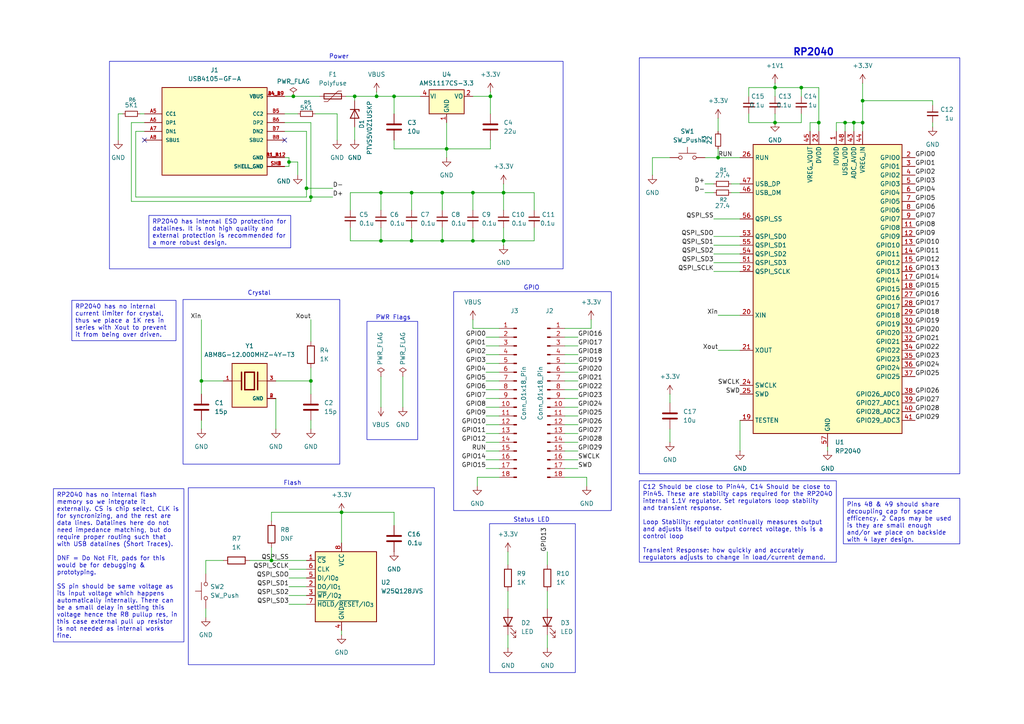
<source format=kicad_sch>
(kicad_sch (version 20250114) (generator "eeschema") (generator_version "9.0")
  (paper "A4")
  (title_block (title "RP2040 Dev Board"))
  (rectangle (start 131.572 84.582) (end 177.292 148.082))
  (rectangle (start 185.42 16.764) (end 278.384 137.414))
  (rectangle (start 166.878 195.072) (end 141.986 151.892))
  (rectangle (start 53.086 86.868) (end 98.552 134.62))
  (rectangle (start 106.426 93.218) (end 121.158 127.508))
  (rectangle (start 31.75 17.78) (end 163.322 77.978))
  (rectangle (start 54.61 141.478) (end 125.984 192.786))
  (text "Crystal\n" (at 75.184 85.09 0) (effects (font (size 1.27 1.27))))
  (text "GPIO\n" (at 154.178 83.566 0) (effects (font (size 1.27 1.27))))
  (text "Status LED" (at 154.178 150.876 0) (effects (font (size 1.27 1.27))))
  (text "RP2040" (at 235.966 15.24 0) (effects (font (size 2 2) (thickness 0.4) (bold yes))))
  (text "Flash\n" (at 84.836 140.208 0) (effects (font (size 1.27 1.27))))
  (text "Power\n" (at 98.298 16.51 0) (effects (font (size 1.27 1.27))))
  (text "PWR Flags\n" (at 114.046 92.202 0) (effects (font (size 1.27 1.27))))
  (text_box "RP2040 has no internal flash memory so we integrate it externally. CS is chip select, CLK is for syncronizing, and the rest are data lines. Datalines here do not need impedance matching, but do require proper routing such that with USB datalines (Short Traces).\n\nDNF = Do Not Fit, pads for this would be for debugging & prototyping.\n\nSS pin should be same voltage as its input voltage which happens automatically internally. There can be a small delay in setting this voltage hence the R8 pullup res, in this case external pull up resistor is not needed as internal works fine.\n" (at 15.494 141.732 0) (size 37.846 44.45) (margins 0.9525 0.9525 0.9525 0.9525) (effects (font (size 1.27 1.27)) (justify left top)))
  (text_box "RP2040 has internal ESD protection for datalines. It is not high quality and external protection is recommended for a more robust design.\n" (at 43.18 62.484 0) (size 41.148 9.398) (margins 0.9525 0.9525 0.9525 0.9525) (effects (font (size 1.27 1.27)) (justify left top)))
  (text_box "C12 Should be close to Pin44, C14 Should be close to Pin45. These are stability caps required for the RP2040 internal 1.1V regulator. Set regulators loop stability and transient response.\n\nLoop Stability: regulator continually measures output and adjusts itself to output correct voltage, this is a control loop\n\nTransient Response: how quickly and accurately regulators adjusts to change in load/current demand." (at 185.42 139.446 0) (size 57.15 23.622) (margins 0.9525 0.9525 0.9525 0.9525) (effects (font (size 1.27 1.27)) (justify left top)))
  (text_box "Pins 48 & 49 should share decoupling cap for space efficency. 2 Caps may be used is they are small enough and/or we place on backside with 4 layer design." (at 244.602 144.526 0) (size 33.782 13.208) (margins 0.9525 0.9525 0.9525 0.9525) (effects (font (size 1.27 1.27)) (justify left top)))
  (text_box "RP2040 has no internal current limiter for crystal, thus we place a 1K res in series with Xout to prevent it from being over driven." (at 20.828 87.122 0) (size 30.226 11.684) (margins 0.9525 0.9525 0.9525 0.9525) (effects (font (size 1.27 1.27)) (justify left top)))
  (junction (at 90.17 110.49))
  (junction (at 146.05 69.85))
  (junction (at 110.49 55.88))
  (junction (at 247.65 35.56))
  (junction (at 208.28 45.72))
  (junction (at 137.16 55.88))
  (junction (at 109.22 27.94))
  (junction (at 224.79 25.4))
  (junction (at 119.38 69.85))
  (junction (at 99.06 148.59))
  (junction (at 232.41 25.4))
  (junction (at 128.27 69.85))
  (junction (at 250.19 35.56))
  (junction (at 114.3 27.94))
  (junction (at 224.79 35.56))
  (junction (at 102.87 27.94))
  (junction (at 137.16 69.85))
  (junction (at 78.74 162.56))
  (junction (at 237.49 35.56))
  (junction (at 250.19 29.21))
  (junction (at 83.82 46.99))
  (junction (at 58.42 110.49))
  (junction (at 88.9 54.61))
  (junction (at 146.05 55.88))
  (junction (at 142.24 27.94))
  (junction (at 90.17 57.15))
  (junction (at 119.38 55.88))
  (junction (at 129.54 43.18))
  (junction (at 245.11 35.56))
  (junction (at 128.27 55.88))
  (junction (at 85.09 27.94))
  (junction (at 110.49 69.85))
  (no_connect (at 82.55 40.64))
  (no_connect (at 41.91 40.64))
  (wire (pts (xy 119.38 55.88) (xy 128.27 55.88)))
  (wire (pts (xy 163.83 102.87) (xy 167.64 102.87)))
  (wire (pts (xy 41.91 38.1) (xy 39.37 38.1)))
  (wire (pts (xy 250.19 29.21) (xy 270.51 29.21)))
  (wire (pts (xy 158.75 171.45) (xy 158.75 176.53)))
  (wire (pts (xy 90.17 110.49) (xy 90.17 114.3)))
  (wire (pts (xy 137.16 27.94) (xy 142.24 27.94)))
  (wire (pts (xy 99.06 148.59) (xy 114.3 148.59)))
  (wire (pts (xy 147.32 160.02) (xy 147.32 163.83)))
  (wire (pts (xy 78.74 151.13) (xy 78.74 148.59)))
  (wire (pts (xy 110.49 69.85) (xy 119.38 69.85)))
  (wire (pts (xy 90.17 106.68) (xy 90.17 110.49)))
  (wire (pts (xy 207.01 63.5) (xy 214.63 63.5)))
  (wire (pts (xy 154.94 69.85) (xy 154.94 66.04)))
  (wire (pts (xy 83.82 175.26) (xy 88.9 175.26)))
  (wire (pts (xy 250.19 24.13) (xy 250.19 29.21)))
  (wire (pts (xy 207.01 76.2) (xy 214.63 76.2)))
  (wire (pts (xy 224.79 24.13) (xy 224.79 25.4)))
  (wire (pts (xy 140.97 120.65) (xy 144.78 120.65)))
  (wire (pts (xy 147.32 171.45) (xy 147.32 176.53)))
  (wire (pts (xy 163.83 110.49) (xy 167.64 110.49)))
  (wire (pts (xy 163.83 138.43) (xy 170.18 138.43)))
  (wire (pts (xy 137.16 92.71) (xy 137.16 95.25)))
  (wire (pts (xy 146.05 69.85) (xy 154.94 69.85)))
  (wire (pts (xy 128.27 55.88) (xy 137.16 55.88)))
  (wire (pts (xy 140.97 113.03) (xy 144.78 113.03)))
  (wire (pts (xy 109.22 27.94) (xy 114.3 27.94)))
  (wire (pts (xy 154.94 55.88) (xy 154.94 60.96)))
  (wire (pts (xy 194.31 124.46) (xy 194.31 128.27)))
  (wire (pts (xy 114.3 27.94) (xy 114.3 33.02)))
  (wire (pts (xy 91.44 33.02) (xy 97.79 33.02)))
  (wire (pts (xy 163.83 118.11) (xy 167.64 118.11)))
  (wire (pts (xy 270.51 35.56) (xy 270.51 36.83)))
  (wire (pts (xy 100.33 27.94) (xy 102.87 27.94)))
  (wire (pts (xy 129.54 35.56) (xy 129.54 43.18)))
  (wire (pts (xy 163.83 120.65) (xy 167.64 120.65)))
  (wire (pts (xy 39.37 38.1) (xy 39.37 57.15)))
  (wire (pts (xy 207.01 68.58) (xy 214.63 68.58)))
  (wire (pts (xy 80.01 115.57) (xy 80.01 124.46)))
  (wire (pts (xy 59.69 176.53) (xy 59.69 179.07)))
  (wire (pts (xy 270.51 30.48) (xy 270.51 29.21)))
  (wire (pts (xy 232.41 35.56) (xy 232.41 33.02)))
  (wire (pts (xy 245.11 35.56) (xy 247.65 35.56)))
  (wire (pts (xy 208.28 34.29) (xy 208.28 38.1)))
  (wire (pts (xy 83.82 165.1) (xy 88.9 165.1)))
  (wire (pts (xy 114.3 148.59) (xy 114.3 152.4)))
  (wire (pts (xy 83.82 170.18) (xy 88.9 170.18)))
  (wire (pts (xy 163.83 95.25) (xy 171.45 95.25)))
  (wire (pts (xy 137.16 55.88) (xy 146.05 55.88)))
  (wire (pts (xy 58.42 121.92) (xy 58.42 124.46)))
  (wire (pts (xy 242.57 35.56) (xy 245.11 35.56)))
  (wire (pts (xy 146.05 55.88) (xy 154.94 55.88)))
  (wire (pts (xy 234.95 35.56) (xy 234.95 38.1)))
  (wire (pts (xy 138.43 138.43) (xy 144.78 138.43)))
  (wire (pts (xy 224.79 33.02) (xy 224.79 35.56)))
  (wire (pts (xy 245.11 35.56) (xy 245.11 38.1)))
  (wire (pts (xy 101.6 69.85) (xy 110.49 69.85)))
  (wire (pts (xy 114.3 40.64) (xy 114.3 43.18)))
  (wire (pts (xy 137.16 69.85) (xy 146.05 69.85)))
  (wire (pts (xy 237.49 35.56) (xy 237.49 25.4)))
  (wire (pts (xy 114.3 43.18) (xy 129.54 43.18)))
  (wire (pts (xy 78.74 158.75) (xy 78.74 162.56)))
  (wire (pts (xy 109.22 26.67) (xy 109.22 27.94)))
  (wire (pts (xy 163.83 135.89) (xy 167.64 135.89)))
  (wire (pts (xy 146.05 55.88) (xy 146.05 60.96)))
  (wire (pts (xy 142.24 43.18) (xy 142.24 40.64)))
  (wire (pts (xy 217.17 35.56) (xy 224.79 35.56)))
  (wire (pts (xy 129.54 43.18) (xy 142.24 43.18)))
  (wire (pts (xy 140.97 118.11) (xy 144.78 118.11)))
  (wire (pts (xy 142.24 26.67) (xy 142.24 27.94)))
  (wire (pts (xy 83.82 172.72) (xy 88.9 172.72)))
  (wire (pts (xy 119.38 69.85) (xy 128.27 69.85)))
  (wire (pts (xy 35.56 33.02) (xy 34.29 33.02)))
  (wire (pts (xy 110.49 66.04) (xy 110.49 69.85)))
  (wire (pts (xy 207.01 71.12) (xy 214.63 71.12)))
  (wire (pts (xy 83.82 46.99) (xy 83.82 48.26)))
  (wire (pts (xy 114.3 27.94) (xy 121.92 27.94)))
  (wire (pts (xy 146.05 53.34) (xy 146.05 55.88)))
  (wire (pts (xy 207.01 73.66) (xy 214.63 73.66)))
  (wire (pts (xy 140.97 97.79) (xy 144.78 97.79)))
  (wire (pts (xy 163.83 125.73) (xy 167.64 125.73)))
  (wire (pts (xy 80.01 110.49) (xy 90.17 110.49)))
  (wire (pts (xy 101.6 55.88) (xy 110.49 55.88)))
  (wire (pts (xy 99.06 148.59) (xy 99.06 157.48)))
  (wire (pts (xy 90.17 92.71) (xy 90.17 99.06)))
  (wire (pts (xy 247.65 35.56) (xy 250.19 35.56)))
  (wire (pts (xy 58.42 92.71) (xy 58.42 110.49)))
  (wire (pts (xy 78.74 162.56) (xy 88.9 162.56)))
  (wire (pts (xy 85.09 27.94) (xy 92.71 27.94)))
  (wire (pts (xy 163.83 100.33) (xy 167.64 100.33)))
  (wire (pts (xy 224.79 35.56) (xy 232.41 35.56)))
  (wire (pts (xy 38.1 58.42) (xy 38.1 35.56)))
  (wire (pts (xy 58.42 110.49) (xy 58.42 114.3)))
  (wire (pts (xy 208.28 45.72) (xy 214.63 45.72)))
  (wire (pts (xy 86.36 46.99) (xy 86.36 50.8)))
  (wire (pts (xy 88.9 54.61) (xy 88.9 38.1)))
  (wire (pts (xy 250.19 35.56) (xy 250.19 38.1)))
  (wire (pts (xy 194.31 114.3) (xy 194.31 116.84)))
  (wire (pts (xy 119.38 55.88) (xy 119.38 60.96)))
  (wire (pts (xy 240.03 129.54) (xy 240.03 130.81)))
  (wire (pts (xy 119.38 66.04) (xy 119.38 69.85)))
  (wire (pts (xy 146.05 66.04) (xy 146.05 69.85)))
  (wire (pts (xy 78.74 148.59) (xy 99.06 148.59)))
  (wire (pts (xy 140.97 125.73) (xy 144.78 125.73)))
  (wire (pts (xy 163.83 133.35) (xy 167.64 133.35)))
  (wire (pts (xy 217.17 25.4) (xy 224.79 25.4)))
  (wire (pts (xy 140.97 102.87) (xy 144.78 102.87)))
  (wire (pts (xy 140.97 107.95) (xy 144.78 107.95)))
  (wire (pts (xy 147.32 184.15) (xy 147.32 187.96)))
  (wire (pts (xy 163.83 107.95) (xy 167.64 107.95)))
  (wire (pts (xy 170.18 138.43) (xy 170.18 140.97)))
  (wire (pts (xy 140.97 105.41) (xy 144.78 105.41)))
  (wire (pts (xy 137.16 66.04) (xy 137.16 69.85)))
  (wire (pts (xy 138.43 138.43) (xy 138.43 140.97)))
  (wire (pts (xy 82.55 35.56) (xy 90.17 35.56)))
  (wire (pts (xy 208.28 91.44) (xy 214.63 91.44)))
  (wire (pts (xy 110.49 55.88) (xy 110.49 60.96)))
  (wire (pts (xy 34.29 33.02) (xy 34.29 40.64)))
  (wire (pts (xy 82.55 33.02) (xy 86.36 33.02)))
  (wire (pts (xy 140.97 133.35) (xy 144.78 133.35)))
  (wire (pts (xy 140.97 100.33) (xy 144.78 100.33)))
  (wire (pts (xy 217.17 27.94) (xy 217.17 25.4)))
  (wire (pts (xy 39.37 57.15) (xy 88.9 57.15)))
  (wire (pts (xy 158.75 160.02) (xy 158.75 163.83)))
  (wire (pts (xy 247.65 35.56) (xy 247.65 38.1)))
  (wire (pts (xy 140.97 128.27) (xy 144.78 128.27)))
  (wire (pts (xy 212.09 55.88) (xy 214.63 55.88)))
  (wire (pts (xy 140.97 135.89) (xy 144.78 135.89)))
  (wire (pts (xy 129.54 43.18) (xy 129.54 45.72)))
  (wire (pts (xy 242.57 38.1) (xy 242.57 35.56)))
  (wire (pts (xy 72.39 162.56) (xy 78.74 162.56)))
  (wire (pts (xy 102.87 27.94) (xy 102.87 29.21)))
  (wire (pts (xy 217.17 33.02) (xy 217.17 35.56)))
  (wire (pts (xy 237.49 25.4) (xy 232.41 25.4)))
  (wire (pts (xy 142.24 27.94) (xy 142.24 33.02)))
  (wire (pts (xy 102.87 36.83) (xy 102.87 40.64)))
  (wire (pts (xy 110.49 55.88) (xy 119.38 55.88)))
  (wire (pts (xy 163.83 130.81) (xy 167.64 130.81)))
  (wire (pts (xy 204.47 53.34) (xy 207.01 53.34)))
  (wire (pts (xy 224.79 25.4) (xy 232.41 25.4)))
  (wire (pts (xy 237.49 38.1) (xy 237.49 35.56)))
  (wire (pts (xy 224.79 25.4) (xy 224.79 27.94)))
  (wire (pts (xy 158.75 184.15) (xy 158.75 187.96)))
  (wire (pts (xy 90.17 121.92) (xy 90.17 124.46)))
  (wire (pts (xy 90.17 35.56) (xy 90.17 57.15)))
  (wire (pts (xy 250.19 29.21) (xy 250.19 35.56)))
  (wire (pts (xy 83.82 167.64) (xy 88.9 167.64)))
  (wire (pts (xy 90.17 58.42) (xy 38.1 58.42)))
  (wire (pts (xy 140.97 115.57) (xy 144.78 115.57)))
  (wire (pts (xy 194.31 45.72) (xy 189.23 45.72)))
  (wire (pts (xy 83.82 46.99) (xy 86.36 46.99)))
  (wire (pts (xy 237.49 35.56) (xy 234.95 35.56)))
  (wire (pts (xy 140.97 130.81) (xy 144.78 130.81)))
  (wire (pts (xy 116.84 109.22) (xy 116.84 118.11)))
  (wire (pts (xy 59.69 166.37) (xy 59.69 162.56)))
  (wire (pts (xy 128.27 55.88) (xy 128.27 60.96)))
  (wire (pts (xy 189.23 45.72) (xy 189.23 50.8)))
  (wire (pts (xy 212.09 53.34) (xy 214.63 53.34)))
  (wire (pts (xy 207.01 78.74) (xy 214.63 78.74)))
  (wire (pts (xy 171.45 92.71) (xy 171.45 95.25)))
  (wire (pts (xy 99.06 182.88) (xy 99.06 184.15)))
  (wire (pts (xy 232.41 25.4) (xy 232.41 27.94)))
  (wire (pts (xy 101.6 66.04) (xy 101.6 69.85)))
  (wire (pts (xy 163.83 128.27) (xy 167.64 128.27)))
  (wire (pts (xy 82.55 45.72) (xy 83.82 45.72)))
  (wire (pts (xy 83.82 45.72) (xy 83.82 46.99)))
  (wire (pts (xy 82.55 27.94) (xy 85.09 27.94)))
  (wire (pts (xy 163.83 97.79) (xy 167.64 97.79)))
  (wire (pts (xy 208.28 101.6) (xy 214.63 101.6)))
  (wire (pts (xy 110.49 118.11) (xy 110.49 109.22)))
  (wire (pts (xy 38.1 35.56) (xy 41.91 35.56)))
  (wire (pts (xy 137.16 95.25) (xy 144.78 95.25)))
  (wire (pts (xy 140.97 123.19) (xy 144.78 123.19)))
  (wire (pts (xy 163.83 105.41) (xy 167.64 105.41)))
  (wire (pts (xy 204.47 45.72) (xy 208.28 45.72)))
  (wire (pts (xy 137.16 55.88) (xy 137.16 60.96)))
  (wire (pts (xy 88.9 38.1) (xy 82.55 38.1)))
  (wire (pts (xy 163.83 115.57) (xy 167.64 115.57)))
  (wire (pts (xy 88.9 54.61) (xy 96.52 54.61)))
  (wire (pts (xy 204.47 55.88) (xy 207.01 55.88)))
  (wire (pts (xy 146.05 69.85) (xy 146.05 71.12)))
  (wire (pts (xy 101.6 60.96) (xy 101.6 55.88)))
  (wire (pts (xy 102.87 27.94) (xy 109.22 27.94)))
  (wire (pts (xy 64.77 110.49) (xy 58.42 110.49)))
  (wire (pts (xy 83.82 48.26) (xy 82.55 48.26)))
  (wire (pts (xy 90.17 57.15) (xy 96.52 57.15)))
  (wire (pts (xy 59.69 162.56) (xy 64.77 162.56)))
  (wire (pts (xy 140.97 110.49) (xy 144.78 110.49)))
  (wire (pts (xy 40.64 33.02) (xy 41.91 33.02)))
  (wire (pts (xy 208.28 43.18) (xy 208.28 45.72)))
  (wire (pts (xy 163.83 113.03) (xy 167.64 113.03)))
  (wire (pts (xy 214.63 121.92) (xy 214.63 130.81)))
  (wire (pts (xy 88.9 57.15) (xy 88.9 54.61)))
  (wire (pts (xy 128.27 66.04) (xy 128.27 69.85)))
  (wire (pts (xy 90.17 57.15) (xy 90.17 58.42)))
  (wire (pts (xy 128.27 69.85) (xy 137.16 69.85)))
  (wire (pts (xy 163.83 123.19) (xy 167.64 123.19)))
  (wire (pts (xy 97.79 33.02) (xy 97.79 40.64)))
  (label "QSPI_SDO" (at 83.82 167.64 180))
  (label "QSPI_SD2" (at 207.01 73.66 180))
  (label "QSPI_SS" (at 83.82 162.56 180))
  (label "GPIO6" (at 140.97 113.03 180))
  (label "GPIO22" (at 167.64 113.03 0))
  (label "GPIO17" (at 167.64 100.33 0))
  (label "GPIO7" (at 140.97 115.57 180))
  (label "GPIO3" (at 140.97 105.41 180))
  (label "Xout" (at 90.17 92.71 180))
  (label "QSPI_SCLK" (at 207.01 78.74 180))
  (label "QSPI_SD1" (at 207.01 71.12 180))
  (label "GPIO0" (at 140.97 97.79 180))
  (label "GPIO4" (at 140.97 107.95 180))
  (label "Xin" (at 208.28 91.44 180))
  (label "GPIO2" (at 140.97 102.87 180))
  (label "GPIO18" (at 167.64 102.87 0))
  (label "QSPI_SD3" (at 83.82 175.26 180))
  (label "GPIO11" (at 140.97 125.73 180))
  (label "GPIO28" (at 167.64 128.27 0))
  (label "GPIO13" (at 158.75 160.02 90))
  (label "RUN" (at 140.97 130.81 180))
  (label "GPIO21" (at 167.64 110.49 0))
  (label "QSPI_SD3" (at 207.01 76.2 180))
  (label "QSPI_SD2" (at 83.82 172.72 180))
  (label "GPIO12" (at 140.97 128.27 180))
  (label "GPIO26" (at 167.64 123.19 0))
  (label "GPIO16" (at 167.64 97.79 0))
  (label "Xin" (at 58.42 92.71 180))
  (label "GPIO10" (at 140.97 123.19 180))
  (label "Xout" (at 208.28 101.6 180))
  (label "GPIO20" (at 167.64 107.95 0))
  (label "D-" (at 204.47 55.88 180))
  (label "QSPI_SD1" (at 83.82 170.18 180))
  (label "GPIO29" (at 167.64 130.81 0))
  (label "SWD" (at 167.64 135.89 0))
  (label "QSPI_SCLK" (at 83.82 165.1 180))
  (label "D-" (at 96.52 54.61 0))
  (label "D+" (at 204.47 53.34 180))
  (label "GPIO1" (at 140.97 100.33 180))
  (label "GPIO2" (at 265.43 50.8 0))
  (label "GPIO0" (at 265.43 45.72 0))
  (label "GPIO4" (at 265.43 55.88 0))
  (label "GPIO3" (at 265.43 53.34 0))
  (label "GPIO1" (at 265.43 48.26 0))
  (label "GPIO29" (at 265.43 121.92 0))
  (label "GPIO23" (at 265.43 104.14 0))
  (label "GPIO10" (at 265.43 71.12 0))
  (label "GPIO17" (at 265.43 88.9 0))
  (label "GPIO15" (at 265.43 83.82 0))
  (label "GPIO16" (at 265.43 86.36 0))
  (label "GPIO12" (at 265.43 76.2 0))
  (label "GPIO14" (at 265.43 81.28 0))
  (label "GPIO11" (at 265.43 73.66 0))
  (label "GPIO13" (at 265.43 78.74 0))
  (label "GPIO22" (at 265.43 101.6 0))
  (label "GPIO18" (at 265.43 91.44 0))
  (label "GPIO19" (at 265.43 93.98 0))
  (label "GPIO20" (at 265.43 96.52 0))
  (label "GPIO21" (at 265.43 99.06 0))
  (label "GPIO24" (at 265.43 106.68 0))
  (label "GPIO26" (at 265.43 114.3 0))
  (label "GPIO28" (at 265.43 119.38 0))
  (label "GPIO25" (at 265.43 109.22 0))
  (label "GPIO27" (at 265.43 116.84 0))
  (label "GPIO6" (at 265.43 60.96 0))
  (label "GPIO5" (at 265.43 58.42 0))
  (label "GPIO9" (at 265.43 68.58 0))
  (label "GPIO7" (at 265.43 63.5 0))
  (label "GPIO8" (at 265.43 66.04 0))
  (label "SWCLK" (at 167.64 133.35 0))
  (label "GPIO8" (at 140.97 118.11 180))
  (label "GPIO25" (at 167.64 120.65 0))
  (label "GPIO14" (at 140.97 133.35 180))
  (label "GPIO19" (at 167.64 105.41 0))
  (label "QSPI_SS" (at 207.01 63.5 180))
  (label "QSPI_SDO" (at 207.01 68.58 180))
  (label "GPIO27" (at 167.64 125.73 0))
  (label "GPIO9" (at 140.97 120.65 180))
  (label "GPIO23" (at 167.64 115.57 0))
  (label "RUN" (at 208.28 45.72 0))
  (label "SWD" (at 214.63 114.3 180))
  (label "SWCLK" (at 214.63 111.76 180))
  (label "D+" (at 96.52 57.15 0))
  (label "GPIO5" (at 140.97 110.49 180))
  (label "GPIO15" (at 140.97 135.89 180))
  (label "GPIO24" (at 167.64 118.11 0))
  (symbol (lib_id "power:GND") (at 59.69 179.07 0) (unit 1)
    (property "Reference" "#PWR023" (effects (hide yes)))
    (property "Value" "GND" (at 59.69 184.15 0))
    (property "Description" "Power symbol creates a global label with name \"GND\" , ground" (effects (hide yes)))
  )
  (symbol (lib_id "Device:LED") (at 147.32 180.34 90) (unit 1)
    (property "Reference" "D2" (at 151.13 180.6574 90) (effects (justify right)))
    (property "Value" "LED" (at 151.13 183.1974 90) (effects (justify right)))
    (property "Footprint" "LED_SMD:LED_0603_1608Metric_Pad1.05x0.95mm_HandSolder" (effects (hide yes)))
    (property "Description" "Light emitting diode" (effects (hide yes)))
    (property "Sim.Pins" "1=K 2=A" (effects (hide yes)))
  )
  (symbol (lib_id "Device:C_Small") (at 146.05 63.5 0) (unit 1)
    (property "Reference" "C10" (at 148.336 62.23 0) (effects (justify left)))
    (property "Value" "0.1u" (at 148.336 64.77 0) (effects (justify left)))
    (property "Footprint" "Capacitor_SMD:C_0201_0603Metric_Pad0.64x0.40mm_HandSolder" (effects (hide yes)))
    (property "Description" "Unpolarized capacitor, small symbol" (effects (hide yes)))
  )
  (symbol (lib_id "Switch:SW_Push") (at 199.39 45.72 0) (unit 1)
    (property "Reference" "SW1" (at 199.39 38.1 0))
    (property "Value" "SW_Push" (at 199.39 40.64 0))
    (property "Footprint" "Inductor_SMD:L_0805_2012Metric_Pad1.05x1.20mm_HandSolder" (effects (hide yes)))
    (property "Description" "Push button switch, generic, two pins" (effects (hide yes)))
  )
  (symbol (lib_id "power:+3.3V") (at 171.45 92.71 0) (unit 1)
    (property "Reference" "#PWR030" (effects (hide yes)))
    (property "Value" "+3.3V" (at 171.45 87.63 0))
    (property "Description" "Power symbol creates a global label with name \"+3.3V\"" (effects (hide yes)))
  )
  (symbol (lib_id "Device:C") (at 58.42 118.11 0) (unit 1)
    (property "Reference" "C1" (at 62.23 116.8399 0) (effects (justify left)))
    (property "Value" "15p" (at 62.23 119.3799 0) (effects (justify left)))
    (property "Footprint" "Capacitor_SMD:C_0201_0603Metric_Pad0.64x0.40mm_HandSolder" (effects (hide yes)))
    (property "Description" "Unpolarized capacitor" (effects (hide yes)))
  )
  (symbol (lib_id "Memory_Flash:W25Q128JVS") (at 99.06 170.18 0) (unit 1)
    (property "Reference" "U2" (at 110.49 168.9099 0) (effects (justify left)))
    (property "Value" "W25Q128JVS" (at 110.49 171.4499 0) (effects (justify left)))
    (property "Footprint" "Package_SO:SOIC-8_5.3x5.3mm_P1.27mm" (effects (hide yes)))
    (property "Datasheet" "https://www.winbond.com/resource-files/w25q128jv_dtr%20revc%2003272018%20plus.pdf" (effects (hide yes)))
    (property "Description" "128Mbit / 16MiB Serial Flash Memory, Standard/Dual/Quad SPI, 2.7-3.6V, SOIC-8" (effects (hide yes)))
  )
  (symbol (lib_id "Switch:SW_Push") (at 59.69 171.45 90) (unit 1)
    (property "Reference" "SW2" (at 60.96 170.1799 90) (effects (justify right)))
    (property "Value" "SW_Push" (at 60.96 172.7199 90) (effects (justify right)))
    (property "Footprint" "Inductor_SMD:L_0805_2012Metric_Pad1.05x1.20mm_HandSolder" (effects (hide yes)))
    (property "Description" "Push button switch, generic, two pins" (effects (hide yes)))
  )
  (symbol (lib_id "power:PWR_FLAG") (at 85.09 27.94 0) (unit 1)
    (property "Reference" "#FLG03" (effects (hide yes)))
    (property "Value" "PWR_FLAG" (at 85.09 23.622 0))
    (property "Description" "Special symbol for telling ERC where power comes from" (effects (hide yes)))
  )
  (symbol (lib_id "Device:C") (at 114.3 156.21 0) (unit 1)
    (property "Reference" "C16" (at 118.11 154.9399 0) (effects (justify left)))
    (property "Value" "0.1u" (at 118.11 157.4799 0) (effects (justify left)))
    (property "Footprint" "Capacitor_SMD:C_0201_0603Metric_Pad0.64x0.40mm_HandSolder" (effects (hide yes)))
    (property "Description" "Unpolarized capacitor" (effects (hide yes)))
  )
  (symbol (lib_id "power:GND") (at 114.3 160.02 0) (unit 1)
    (property "Reference" "#PWR021" (effects (hide yes)))
    (property "Value" "GND" (at 114.3 165.1 0))
    (property "Description" "Power symbol creates a global label with name \"GND\" , ground" (effects (hide yes)))
  )
  (symbol (lib_id "Device:C") (at 114.3 36.83 0) (unit 1)
    (property "Reference" "C3" (at 118.11 35.5599 0) (effects (justify left)))
    (property "Value" "10u" (at 118.11 38.0999 0) (effects (justify left)))
    (property "Footprint" "Capacitor_SMD:C_0201_0603Metric_Pad0.64x0.40mm_HandSolder" (effects (hide yes)))
    (property "Description" "Unpolarized capacitor" (effects (hide yes)))
  )
  (symbol (lib_id "MCU_RaspberryPi:RP2040") (at 240.03 83.82 0) (unit 1)
    (property "Reference" "U1" (at 242.1733 128.27 0) (effects (justify left)))
    (property "Value" "RP2040" (at 242.1733 130.81 0) (effects (justify left)))
    (property "Footprint" "Package_DFN_QFN:QFN-56-1EP_7x7mm_P0.4mm_EP3.2x3.2mm" (effects (hide yes)))
    (property "Datasheet" "https://datasheets.raspberrypi.com/rp2040/rp2040-datasheet.pdf" (effects (hide yes)))
    (property "Description" "A microcontroller by Raspberry Pi" (effects (hide yes)))
  )
  (symbol (lib_id "power:PWR_FLAG") (at 116.84 109.22 0) (unit 1)
    (property "Reference" "#FLG01" (effects (hide yes)))
    (property "Value" "PWR_FLAG" (at 116.84 101.092 90))
    (property "Description" "Special symbol for telling ERC where power comes from" (effects (hide yes)))
  )
  (symbol (lib_id "power:GND") (at 116.84 118.11 0) (unit 1)
    (property "Reference" "#PWR037" (effects (hide yes)))
    (property "Value" "GND" (at 116.84 123.19 0))
    (property "Description" "Power symbol creates a global label with name \"GND\" , ground" (effects (hide yes)))
  )
  (symbol (lib_id "Device:C_Small") (at 270.51 33.02 0) (mirror y) (unit 1)
    (property "Reference" "C12" (at 276.606 31.75 0) (effects (justify left)))
    (property "Value" "1u" (at 276.606 34.29 0) (effects (justify left)))
    (property "Footprint" "Capacitor_SMD:C_0201_0603Metric_Pad0.64x0.40mm_HandSolder" (effects (hide yes)))
    (property "Description" "Unpolarized capacitor, small symbol" (effects (hide yes)))
  )
  (symbol (lib_id "power:GND") (at 224.79 35.56 0) (unit 1)
    (property "Reference" "#PWR018" (effects (hide yes)))
    (property "Value" "GND" (at 224.79 40.64 0))
    (property "Description" "Power symbol creates a global label with name \"GND\" , ground" (effects (hide yes)))
  )
  (symbol (lib_id "Device:R") (at 158.75 167.64 180) (unit 1)
    (property "Reference" "R10" (at 161.29 166.3699 0) (effects (justify right)))
    (property "Value" "1K" (at 161.29 168.9099 0) (effects (justify right)))
    (property "Footprint" "Resistor_SMD:R_0201_0603Metric_Pad0.64x0.40mm_HandSolder" (effects (hide yes)))
    (property "Description" "Resistor" (effects (hide yes)))
  )
  (symbol (lib_id "power:+3.3V") (at 194.31 114.3 0) (unit 1)
    (property "Reference" "#PWR031" (effects (hide yes)))
    (property "Value" "+3.3V" (at 194.31 109.22 0))
    (property "Description" "Power symbol creates a global label with name \"+3.3V\"" (effects (hide yes)))
  )
  (symbol (lib_id "power:GND") (at 97.79 40.64 0) (unit 1)
    (property "Reference" "#PWR010" (effects (hide yes)))
    (property "Value" "GND" (at 97.79 45.72 0))
    (property "Description" "Power symbol creates a global label with name \"GND\" , ground" (effects (hide yes)))
  )
  (symbol (lib_id "Device:Polyfuse") (at 96.52 27.94 90) (unit 1)
    (property "Reference" "F1" (at 96.52 21.59 90))
    (property "Value" "Polyfuse" (at 96.52 24.13 90))
    (property "Footprint" "Fuse:Fuse_0603_1608Metric" (effects (hide yes)))
    (property "Description" "Resettable fuse, polymeric positive temperature coefficient" (effects (hide yes)))
  )
  (symbol (lib_id "Device:C_Small") (at 101.6 63.5 0) (unit 1)
    (property "Reference" "C5" (at 104.14 62.2362 0) (effects (justify left)))
    (property "Value" "0.1u" (at 104.14 64.7762 0) (effects (justify left)))
    (property "Footprint" "Capacitor_SMD:C_0201_0603Metric_Pad0.64x0.40mm_HandSolder" (effects (hide yes)))
    (property "Description" "Unpolarized capacitor, small symbol" (effects (hide yes)))
  )
  (symbol (lib_id "Device:R_Small") (at 208.28 40.64 180) (unit 1)
    (property "Reference" "R3" (at 204.216 40.386 90) (effects (font (size 1.016 1.016))))
    (property "Value" "22" (at 205.74 40.64 90))
    (property "Footprint" "Resistor_SMD:R_0201_0603Metric_Pad0.64x0.40mm_HandSolder" (effects (hide yes)))
    (property "Description" "Resistor, small symbol" (effects (hide yes)))
  )
  (symbol (lib_id "power:GND") (at 170.18 140.97 0) (unit 1)
    (property "Reference" "#PWR028" (effects (hide yes)))
    (property "Value" "GND" (at 170.18 146.05 0))
    (property "Description" "Power symbol creates a global label with name \"GND\" , ground" (effects (hide yes)))
  )
  (symbol (lib_id "Device:R_Small") (at 88.9 33.02 90) (unit 1)
    (property "Reference" "R5" (at 89.154 29.718 90) (effects (font (size 1.016 1.016))))
    (property "Value" "5K1" (at 88.9 31.242 90))
    (property "Footprint" "Resistor_SMD:R_0201_0603Metric_Pad0.64x0.40mm_HandSolder" (effects (hide yes)))
    (property "Description" "Resistor, small symbol" (effects (hide yes)))
  )
  (symbol (lib_id "Device:LED") (at 158.75 180.34 90) (unit 1)
    (property "Reference" "D3" (at 162.56 180.6574 90) (effects (justify right)))
    (property "Value" "LED" (at 162.56 183.1974 90) (effects (justify right)))
    (property "Footprint" "LED_SMD:LED_0603_1608Metric_Pad1.05x0.95mm_HandSolder" (effects (hide yes)))
    (property "Description" "Light emitting diode" (effects (hide yes)))
    (property "Sim.Pins" "1=K 2=A" (effects (hide yes)))
  )
  (symbol (lib_id "power:GND") (at 146.05 71.12 0) (unit 1)
    (property "Reference" "#PWR015" (effects (hide yes)))
    (property "Value" "GND" (at 146.05 76.2 0))
    (property "Description" "Power symbol creates a global label with name \"GND\" , ground" (effects (hide yes)))
  )
  (symbol (lib_id "Device:C_Small") (at 154.94 63.5 0) (mirror y) (unit 1)
    (property "Reference" "C11" (at 161.036 62.23 0) (effects (justify left)))
    (property "Value" "0.1u" (at 161.036 64.77 0) (effects (justify left)))
    (property "Footprint" "Capacitor_SMD:C_0201_0603Metric_Pad0.64x0.40mm_HandSolder" (effects (hide yes)))
    (property "Description" "Unpolarized capacitor, small symbol" (effects (hide yes)))
  )
  (symbol (lib_id "Device:R") (at 147.32 167.64 180) (unit 1)
    (property "Reference" "R9" (at 149.86 166.3699 0) (effects (justify right)))
    (property "Value" "1K" (at 149.86 168.9099 0) (effects (justify right)))
    (property "Footprint" "Resistor_SMD:R_0201_0603Metric_Pad0.64x0.40mm_HandSolder" (effects (hide yes)))
    (property "Description" "Resistor" (effects (hide yes)))
  )
  (symbol (lib_id "power:+3.3V") (at 146.05 53.34 0) (unit 1)
    (property "Reference" "#PWR016" (effects (hide yes)))
    (property "Value" "+3.3V" (at 146.05 48.26 0))
    (property "Description" "Power symbol creates a global label with name \"+3.3V\"" (effects (hide yes)))
  )
  (symbol (lib_id "Device:C_Small") (at 110.49 63.5 0) (unit 1)
    (property "Reference" "C6" (at 113.03 62.2362 0) (effects (justify left)))
    (property "Value" "0.1u" (at 113.03 64.7762 0) (effects (justify left)))
    (property "Footprint" "Capacitor_SMD:C_0201_0603Metric_Pad0.64x0.40mm_HandSolder" (effects (hide yes)))
    (property "Description" "Unpolarized capacitor, small symbol" (effects (hide yes)))
  )
  (symbol (lib_id "power:+3.3V") (at 208.28 34.29 0) (unit 1)
    (property "Reference" "#PWR04" (effects (hide yes)))
    (property "Value" "+3.3V" (at 208.28 29.21 0))
    (property "Description" "Power symbol creates a global label with name \"+3.3V\"" (effects (hide yes)))
  )
  (symbol (lib_id "power:+3.3V") (at 99.06 148.59 0) (unit 1)
    (property "Reference" "#PWR022" (effects (hide yes)))
    (property "Value" "+3.3V" (at 99.06 143.51 0))
    (property "Description" "Power symbol creates a global label with name \"+3.3V\"" (effects (hide yes)))
  )
  (symbol (lib_id "Device:R") (at 78.74 154.94 180) (unit 1)
    (property "Reference" "R8" (at 81.28 153.6699 0) (effects (justify right)))
    (property "Value" "DNF" (at 81.28 156.2099 0) (effects (justify right)))
    (property "Footprint" "Resistor_SMD:R_0201_0603Metric_Pad0.64x0.40mm_HandSolder" (effects (hide yes)))
    (property "Description" "Resistor" (effects (hide yes)))
  )
  (symbol (lib_id "USB4105-GF-A:USB4105-GF-A") (at 62.23 38.1 0) (unit 1)
    (property "Reference" "J1" (at 62.23 20.32 0))
    (property "Value" "USB4105-GF-A" (at 62.23 22.86 0))
    (property "Footprint" "Footprints:GCT_USB4105-GF-A" (effects (hide yes)))
    (property "MF" "GCT" (effects (hide yes)))
    (property "MAXIMUM_PACKAGE_HEIGHT" "3.31 mm" (effects (hide yes)))
    (property "Package" "None" (effects (hide yes)))
    (property "Price" "None" (effects (hide yes)))
    (property "Check_prices" "https://www.snapeda.com/parts/USB4105-GF-A/Global+Connector+Technology/view-part/?ref=eda" (effects (hide yes)))
    (property "STANDARD" "Manufacturer Recommendations" (effects (hide yes)))
    (property "PARTREV" "B4" (effects (hide yes)))
    (property "SnapEDA_Link" "https://www.snapeda.com/parts/USB4105-GF-A/Global+Connector+Technology/view-part/?ref=snap" (effects (hide yes)))
    (property "MP" "USB4105-GF-A" (effects (hide yes)))
    (property "Description_1" "USB-C (USB TYPE-C) USB 2.0 Receptacle Connector 24 (16+8 Dummy) Position Surface Mount, Right Angle; Through Hole" (effects (hide yes)))
    (property "Availability" "In Stock" (effects (hide yes)))
    (property "MANUFACTURER" "GCT" (effects (hide yes)))
  )
  (symbol (lib_id "Device:R") (at 90.17 102.87 0) (unit 1)
    (property "Reference" "R4" (at 92.71 101.5999 0) (effects (justify left)))
    (property "Value" "1K" (at 92.71 104.1399 0) (effects (justify left)))
    (property "Footprint" "Resistor_SMD:R_0201_0603Metric_Pad0.64x0.40mm_HandSolder" (effects (hide yes)))
    (property "Description" "Resistor" (effects (hide yes)))
  )
  (symbol (lib_id "power:GND") (at 270.51 36.83 0) (unit 1)
    (property "Reference" "#PWR017" (effects (hide yes)))
    (property "Value" "GND" (at 270.51 41.91 0))
    (property "Description" "Power symbol creates a global label with name \"GND\" , ground" (effects (hide yes)))
  )
  (symbol (lib_id "Device:R_Small") (at 38.1 33.02 90) (unit 1)
    (property "Reference" "R6" (at 38.354 28.956 90) (effects (font (size 1.016 1.016))))
    (property "Value" "5K1" (at 38.1 30.48 90))
    (property "Footprint" "Resistor_SMD:R_0201_0603Metric_Pad0.64x0.40mm_HandSolder" (effects (hide yes)))
    (property "Description" "Resistor, small symbol" (effects (hide yes)))
  )
  (symbol (lib_id "Device:C_Small") (at 232.41 30.48 0) (mirror y) (unit 1)
    (property "Reference" "C14" (at 236.982 27.94 0) (effects (justify left)))
    (property "Value" "1u" (at 236.982 30.48 0) (effects (justify left)))
    (property "Footprint" "Capacitor_SMD:C_0201_0603Metric_Pad0.64x0.40mm_HandSolder" (effects (hide yes)))
    (property "Description" "Unpolarized capacitor, small symbol" (effects (hide yes)))
  )
  (symbol (lib_id "power:+1V1") (at 224.79 24.13 0) (unit 1)
    (property "Reference" "#PWR019" (effects (hide yes)))
    (property "Value" "+1V1" (at 224.79 19.05 0))
    (property "Description" "Power symbol creates a global label with name \"+1V1\"" (effects (hide yes)))
  )
  (symbol (lib_id "Device:C_Small") (at 224.79 30.48 0) (mirror y) (unit 1)
    (property "Reference" "C13" (at 229.616 27.94 0) (effects (justify left)))
    (property "Value" "0.1u" (at 229.616 30.48 0) (effects (justify left)))
    (property "Footprint" "Capacitor_SMD:C_0201_0603Metric_Pad0.64x0.40mm_HandSolder" (effects (hide yes)))
    (property "Description" "Unpolarized capacitor, small symbol" (effects (hide yes)))
  )
  (symbol (lib_id "power:VBUS") (at 137.16 92.71 0) (unit 1)
    (property "Reference" "#PWR029" (effects (hide yes)))
    (property "Value" "VBUS" (at 137.16 87.63 0))
    (property "Description" "Power symbol creates a global label with name \"VBUS\"" (effects (hide yes)))
  )
  (symbol (lib_id "power:GND") (at 138.43 140.97 0) (unit 1)
    (property "Reference" "#PWR027" (effects (hide yes)))
    (property "Value" "GND" (at 138.43 146.05 0))
    (property "Description" "Power symbol creates a global label with name \"GND\" , ground" (effects (hide yes)))
  )
  (symbol (lib_id "power:VBUS") (at 110.49 118.11 180) (unit 1)
    (property "Reference" "#PWR034" (effects (hide yes)))
    (property "Value" "VBUS" (at 110.49 123.19 0))
    (property "Description" "Power symbol creates a global label with name \"VBUS\"" (effects (hide yes)))
  )
  (symbol (lib_id "power:GND") (at 214.63 130.81 0) (unit 1)
    (property "Reference" "#PWR033" (effects (hide yes)))
    (property "Value" "GND" (at 214.63 135.89 0))
    (property "Description" "Power symbol creates a global label with name \"GND\" , ground" (effects (hide yes)))
  )
  (symbol (lib_id "power:+3.3V") (at 147.32 160.02 0) (unit 1)
    (property "Reference" "#PWR026" (effects (hide yes)))
    (property "Value" "+3.3V" (at 147.32 154.94 0))
    (property "Description" "Power symbol creates a global label with name \"+3.3V\"" (effects (hide yes)))
  )
  (symbol (lib_id "power:GND") (at 34.29 40.64 0) (unit 1)
    (property "Reference" "#PWR011" (effects (hide yes)))
    (property "Value" "GND" (at 34.29 45.72 0))
    (property "Description" "Power symbol creates a global label with name \"GND\" , ground" (effects (hide yes)))
  )
  (symbol (lib_id "Connector:Conn_01x18_Pin") (at 158.75 115.57 0) (unit 1)
    (property "Reference" "J2" (at 159.385 90.17 0))
    (property "Value" "Conn_01x18_Pin" (at 156.718 114.046 90))
    (property "Footprint" "Connector_PinHeader_2.54mm:PinHeader_1x18_P2.54mm_Vertical" (effects (hide yes)))
    (property "Description" "Generic connector, single row, 01x18, script generated" (effects (hide yes)))
  )
  (symbol (lib_id "Device:C_Small") (at 217.17 30.48 0) (mirror y) (unit 1)
    (property "Reference" "C15" (at 221.742 27.94 0) (effects (justify left)))
    (property "Value" "0.1u" (at 221.742 30.48 0) (effects (justify left)))
    (property "Footprint" "Capacitor_SMD:C_0201_0603Metric_Pad0.64x0.40mm_HandSolder" (effects (hide yes)))
    (property "Description" "Unpolarized capacitor, small symbol" (effects (hide yes)))
  )
  (symbol (lib_id "power:VBUS") (at 109.22 26.67 0) (unit 1)
    (property "Reference" "#PWR014" (effects (hide yes)))
    (property "Value" "VBUS" (at 109.22 21.59 0))
    (property "Description" "Power symbol creates a global label with name \"VBUS\"" (effects (hide yes)))
  )
  (symbol (lib_id "Device:C") (at 194.31 120.65 0) (unit 1)
    (property "Reference" "C17" (at 198.12 119.3799 0) (effects (justify left)))
    (property "Value" "10u" (at 198.12 121.9199 0) (effects (justify left)))
    (property "Footprint" "Capacitor_SMD:C_0201_0603Metric_Pad0.64x0.40mm_HandSolder" (effects (hide yes)))
    (property "Description" "Unpolarized capacitor" (effects (hide yes)))
  )
  (symbol (lib_id "Device:R_Small") (at 209.55 53.34 90) (unit 1)
    (property "Reference" "R1" (at 209.804 49.276 90) (effects (font (size 1.016 1.016))))
    (property "Value" "27.4" (at 209.55 50.8 90))
    (property "Footprint" "Resistor_SMD:R_0201_0603Metric_Pad0.64x0.40mm_HandSolder" (effects (hide yes)))
    (property "Description" "Resistor, small symbol" (effects (hide yes)))
  )
  (symbol (lib_id "Connector:Conn_01x18_Pin") (at 149.86 115.57 0) (mirror y) (unit 1)
    (property "Reference" "J3" (at 149.225 90.17 0))
    (property "Value" "Conn_01x18_Pin" (at 151.892 114.046 90))
    (property "Footprint" "Connector_PinHeader_2.54mm:PinHeader_1x18_P2.54mm_Vertical" (effects (hide yes)))
    (property "Description" "Generic connector, single row, 01x18, script generated" (effects (hide yes)))
  )
  (symbol (lib_id "Device:C_Small") (at 128.27 63.5 0) (unit 1)
    (property "Reference" "C8" (at 130.81 62.2362 0) (effects (justify left)))
    (property "Value" "0.1u" (at 130.81 64.7762 0) (effects (justify left)))
    (property "Footprint" "Capacitor_SMD:C_0201_0603Metric_Pad0.64x0.40mm_HandSolder" (effects (hide yes)))
    (property "Description" "Unpolarized capacitor, small symbol" (effects (hide yes)))
  )
  (symbol (lib_id "power:+3.3V") (at 250.19 24.13 0) (unit 1)
    (property "Reference" "#PWR01" (effects (hide yes)))
    (property "Value" "+3.3V" (at 250.19 19.05 0))
    (property "Description" "Power symbol creates a global label with name \"+3.3V\"" (effects (hide yes)))
  )
  (symbol (lib_id "Device:C_Small") (at 137.16 63.5 0) (unit 1)
    (property "Reference" "C9" (at 139.7 62.2362 0) (effects (justify left)))
    (property "Value" "0.1u" (at 139.7 64.7762 0) (effects (justify left)))
    (property "Footprint" "Capacitor_SMD:C_0201_0603Metric_Pad0.64x0.40mm_HandSolder" (effects (hide yes)))
    (property "Description" "Unpolarized capacitor, small symbol" (effects (hide yes)))
  )
  (symbol (lib_id "power:GND") (at 147.32 187.96 0) (unit 1)
    (property "Reference" "#PWR024" (effects (hide yes)))
    (property "Value" "GND" (at 147.32 193.04 0))
    (property "Description" "Power symbol creates a global label with name \"GND\" , ground" (effects (hide yes)))
  )
  (symbol (lib_id "power:GND") (at 80.01 124.46 0) (unit 1)
    (property "Reference" "#PWR07" (effects (hide yes)))
    (property "Value" "GND" (at 80.01 129.54 0))
    (property "Description" "Power symbol creates a global label with name \"GND\" , ground" (effects (hide yes)))
  )
  (symbol (lib_id "power:GND") (at 189.23 50.8 0) (unit 1)
    (property "Reference" "#PWR03" (effects (hide yes)))
    (property "Value" "GND" (at 189.23 55.88 0))
    (property "Description" "Power symbol creates a global label with name \"GND\" , ground" (effects (hide yes)))
  )
  (symbol (lib_id "power:GND") (at 99.06 184.15 0) (unit 1)
    (property "Reference" "#PWR020" (effects (hide yes)))
    (property "Value" "GND" (at 99.06 189.23 0))
    (property "Description" "Power symbol creates a global label with name \"GND\" , ground" (effects (hide yes)))
  )
  (symbol (lib_id "ABM8G-12.000MHZ-4Y-T3:ABM8G-12.000MHZ-4Y-T3") (at 72.39 110.49 0) (unit 1)
    (property "Reference" "Y1" (at 72.39 100.33 0))
    (property "Value" "ABM8G-12.000MHZ-4Y-T3" (at 72.39 102.87 0))
    (property "Footprint" "Footprints:XTAL_ABM8G-12.000MHZ-4Y-T3" (effects (hide yes)))
    (property "MF" "Abracon" (effects (hide yes)))
    (property "MAXIMUM_PACKAGE_HEIGHT" "1.0 mm" (effects (hide yes)))
    (property "Package" "SMD-4 Abracon" (effects (hide yes)))
    (property "Price" "None" (effects (hide yes)))
    (property "Check_prices" "https://www.snapeda.com/parts/ABM8G-12.000MHZ-4Y-T3/Abracon/view-part/?ref=eda" (effects (hide yes)))
    (property "STANDARD" "Manufacturer Recommendations" (effects (hide yes)))
    (property "PARTREV" "08.13.15" (effects (hide yes)))
    (property "SnapEDA_Link" "https://www.snapeda.com/parts/ABM8G-12.000MHZ-4Y-T3/Abracon/view-part/?ref=snap" (effects (hide yes)))
    (property "MP" "ABM8G-12.000MHZ-4Y-T3" (effects (hide yes)))
    (property "Description_1" "12 MHz ±30ppm Crystal 10pF 120 Ohms 4-SMD, No Lead" (effects (hide yes)))
    (property "Availability" "In Stock" (effects (hide yes)))
    (property "MANUFACTURER" "Abracon" (effects (hide yes)))
  )
  (symbol (lib_id "Device:C_Small") (at 119.38 63.5 0) (unit 1)
    (property "Reference" "C7" (at 121.92 62.2362 0) (effects (justify left)))
    (property "Value" "0.1u" (at 121.92 64.7762 0) (effects (justify left)))
    (property "Footprint" "Capacitor_SMD:C_0201_0603Metric_Pad0.64x0.40mm_HandSolder" (effects (hide yes)))
    (property "Description" "Unpolarized capacitor, small symbol" (effects (hide yes)))
  )
  (symbol (lib_id "power:+3.3V") (at 142.24 26.67 0) (unit 1)
    (property "Reference" "#PWR013" (effects (hide yes)))
    (property "Value" "+3.3V" (at 142.24 21.59 0))
    (property "Description" "Power symbol creates a global label with name \"+3.3V\"" (effects (hide yes)))
  )
  (symbol (lib_id "Device:R") (at 68.58 162.56 90) (unit 1)
    (property "Reference" "R7" (at 68.58 156.21 90))
    (property "Value" "1K" (at 68.58 158.75 90))
    (property "Footprint" "Resistor_SMD:R_0201_0603Metric_Pad0.64x0.40mm_HandSolder" (effects (hide yes)))
    (property "Description" "Resistor" (effects (hide yes)))
  )
  (symbol (lib_id "Device:C") (at 142.24 36.83 0) (unit 1)
    (property "Reference" "C4" (at 146.05 35.5599 0) (effects (justify left)))
    (property "Value" "22u" (at 146.05 38.0999 0) (effects (justify left)))
    (property "Footprint" "Capacitor_SMD:C_0201_0603Metric_Pad0.64x0.40mm_HandSolder" (effects (hide yes)))
    (property "Description" "Unpolarized capacitor" (effects (hide yes)))
  )
  (symbol (lib_id "power:PWR_FLAG") (at 110.49 109.22 0) (unit 1)
    (property "Reference" "#FLG02" (effects (hide yes)))
    (property "Value" "PWR_FLAG" (at 110.236 101.092 90))
    (property "Description" "Special symbol for telling ERC where power comes from" (effects (hide yes)))
  )
  (symbol (lib_id "power:GND") (at 129.54 45.72 0) (unit 1)
    (property "Reference" "#PWR09" (effects (hide yes)))
    (property "Value" "GND" (at 129.54 50.8 0))
    (property "Description" "Power symbol creates a global label with name \"GND\" , ground" (effects (hide yes)))
  )
  (symbol (lib_id "Regulator_Linear:AMS1117CS-3.3") (at 129.54 27.94 0) (unit 1)
    (property "Reference" "U4" (at 129.54 21.59 0))
    (property "Value" "AMS1117CS-3.3" (at 129.54 24.13 0))
    (property "Footprint" "Package_SO:SOIC-8_3.9x4.9mm_P1.27mm" (effects (hide yes)))
    (property "Datasheet" "http://www.advanced-monolithic.com/pdf/ds1117.pdf" (effects (hide yes)))
    (property "Description" "1A Low Dropout regulator, positive, 3.3V fixed output, SOIC-8" (effects (hide yes)))
  )
  (symbol (lib_id "power:GND") (at 58.42 124.46 0) (unit 1)
    (property "Reference" "#PWR06" (effects (hide yes)))
    (property "Value" "GND" (at 58.42 129.54 0))
    (property "Description" "Power symbol creates a global label with name \"GND\" , ground" (effects (hide yes)))
  )
  (symbol (lib_id "power:GND") (at 194.31 128.27 0) (unit 1)
    (property "Reference" "#PWR032" (effects (hide yes)))
    (property "Value" "GND" (at 194.31 133.35 0))
    (property "Description" "Power symbol creates a global label with name \"GND\" , ground" (effects (hide yes)))
  )
  (symbol (lib_id "power:GND") (at 86.36 50.8 0) (unit 1)
    (property "Reference" "#PWR08" (effects (hide yes)))
    (property "Value" "GND" (at 82.296 52.578 0))
    (property "Description" "Power symbol creates a global label with name \"GND\" , ground" (effects (hide yes)))
  )
  (symbol (lib_id "Diode:PTVS5V0Z1USKP") (at 102.87 33.02 270) (unit 1)
    (property "Reference" "D1" (at 104.902 37.338 0) (effects (justify right)))
    (property "Value" "PTVS5V0Z1USKP" (at 107.188 44.958 0) (effects (justify right)))
    (property "Footprint" "Diode_SMD:Nexperia_DSN1608-2_1.6x0.8mm" (effects (hide yes)))
    (property "Datasheet" "https://assets.nexperia.com/documents/data-sheet/PTVS5V0Z1USKP.pdf" (effects (hide yes)))
    (property "Description" "5V, 2000W TVS unidirectional diode, DSN1608-2" (effects (hide yes)))
  )
  (symbol (lib_id "power:GND") (at 102.87 40.64 0) (unit 1)
    (property "Reference" "#PWR012" (effects (hide yes)))
    (property "Value" "GND" (at 102.87 45.72 0))
    (property "Description" "Power symbol creates a global label with name \"GND\" , ground" (effects (hide yes)))
  )
  (symbol (lib_id "Device:R_Small") (at 209.55 55.88 90) (unit 1)
    (property "Reference" "R2" (at 209.804 57.912 90) (effects (font (size 1.016 1.016))))
    (property "Value" "27.4" (at 209.55 59.69 90))
    (property "Footprint" "Resistor_SMD:R_0201_0603Metric_Pad0.64x0.40mm_HandSolder" (effects (hide yes)))
    (property "Description" "Resistor, small symbol" (effects (hide yes)))
  )
  (symbol (lib_id "power:GND") (at 240.03 130.81 0) (unit 1)
    (property "Reference" "#PWR02" (effects (hide yes)))
    (property "Value" "GND" (at 240.03 135.89 0))
    (property "Description" "Power symbol creates a global label with name \"GND\" , ground" (effects (hide yes)))
  )
  (symbol (lib_id "Device:C") (at 90.17 118.11 0) (unit 1)
    (property "Reference" "C2" (at 93.98 116.8399 0) (effects (justify left)))
    (property "Value" "15p" (at 93.98 119.3799 0) (effects (justify left)))
    (property "Footprint" "Capacitor_SMD:C_0201_0603Metric_Pad0.64x0.40mm_HandSolder" (effects (hide yes)))
    (property "Description" "Unpolarized capacitor" (effects (hide yes)))
  )
  (symbol (lib_id "power:GND") (at 90.17 124.46 0) (unit 1)
    (property "Reference" "#PWR05" (effects (hide yes)))
    (property "Value" "GND" (at 90.17 129.54 0))
    (property "Description" "Power symbol creates a global label with name \"GND\" , ground" (effects (hide yes)))
  )
  (symbol (lib_id "power:GND") (at 158.75 187.96 0) (unit 1)
    (property "Reference" "#PWR025" (effects (hide yes)))
    (property "Value" "GND" (at 158.75 193.04 0))
    (property "Description" "Power symbol creates a global label with name \"GND\" , ground" (effects (hide yes)))
  )
)
</source>
